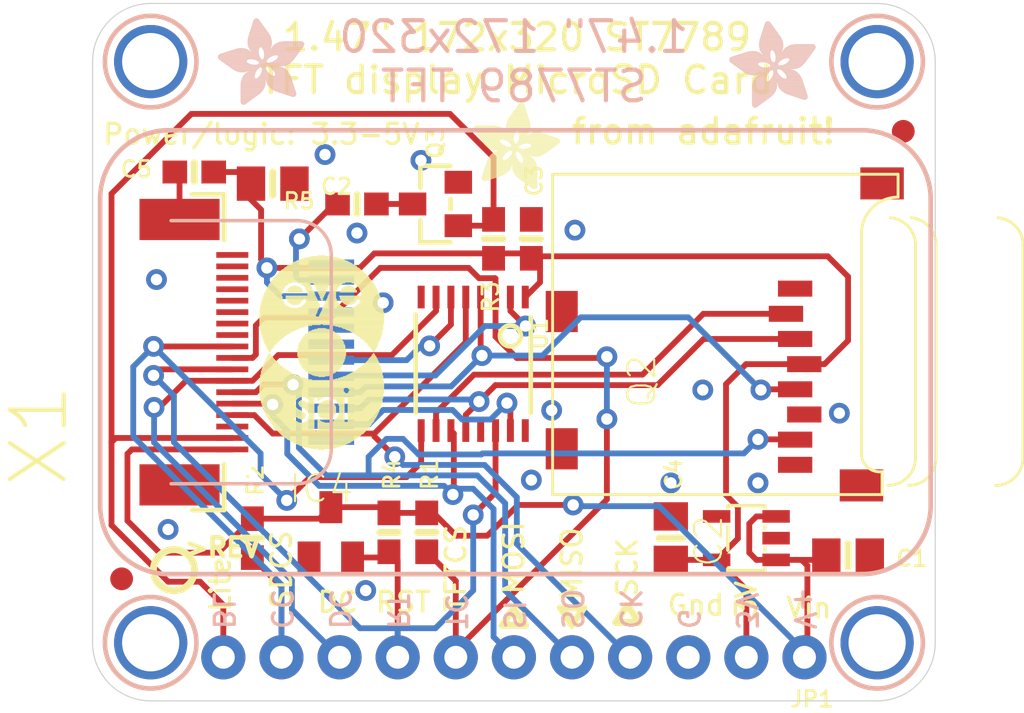
<source format=kicad_pcb>
(kicad_pcb (version 20211014) (generator pcbnew)
  (layers (0 "F.Cu" signal) (1 "In1.Cu" signal) (2 "In2.Cu" signal) (3 "In3.Cu" signal) (4 "In4.Cu" signal) (5 "In5.Cu" signal) (6 "In6.Cu" signal) (7 "In7.Cu" signal) (8 "In8.Cu" signal) (9 "In9.Cu" signal) (10 "In10.Cu" signal) (11 "In11.Cu" signal) (12 "In12.Cu" signal) (13 "In13.Cu" signal) (14 "In14.Cu" signal) (31 "B.Cu" signal) (34 "B.Paste" user) (35 "F.Paste" user) (36 "B.SilkS" user "B.Silkscreen") (37 "F.SilkS" user "F.Silkscreen") (38 "B.Mask" user) (39 "F.Mask" user) (44 "Edge.Cuts" user))
  (net 0 "")
  (net 1 "GND")
  (net 2 "SCK")
  (net 3 "SCK_3V")
  (net 4 "MOSI")
  (net 5 "MOSI_3V")
  (net 6 "MISO")
  (net 7 "+3V3")
  (net 8 "CARDCS")
  (net 9 "CARDCS_3V")
  (net 10 "LEDK")
  (net 11 "LITE")
  (net 12 "TFTDC")
  (net 13 "TFTDC_3V")
  (net 14 "TFTCS_3V")
  (net 15 "TFTCS")
  (net 16 "VIN")
  (net 17 "TFTRST_3V")
  (net 18 "TFTRST")
  (net 19 "N$1")
  (footprint "boardEagle:0603-NO" (layer "F.Cu") (at 143.0401 112.8776 90)
    (fp_text reference "R4" (at 1.778 0.127 90) (layer "F.SilkS") (effects (font (size 0.692831 0.692831) (thickness 0.119969)) (justify left)))
    (fp_text value "10K")
    (pad "1" smd rect (at -0.85 0 90) (size 1.075 1) (layers "F.Cu" "F.Paste" "F.Mask") (net 18 "TFTRST"))
    (pad "2" smd rect (at 0.85 0 90) (size 1.075 1) (layers "F.Cu" "F.Paste" "F.Mask") (net 16 "VIN"))
  )
  (footprint "boardEagle:EYE_SPI_DISPLAY_BOTCONTACT" (layer "F.Cu") (at 133.5151 105.0036 90)
    (fp_text reference "X1" (at -6 -5.77 90) (layer "F.SilkS") (effects (font (size 2.353056 2.353056) (thickness 0.186944)) (justify left)))
    (fp_text value "EYE_SPI_DISPLAY_FLIP")
    (pad "1" smd rect (at -4.25 2.678 90) (size 0.25 1.4) (layers "F.Cu" "F.Paste" "F.Mask") (net 16 "VIN"))
    (pad "2" smd rect (at -3.75 2.678 90) (size 0.25 1.4) (layers "F.Cu" "F.Paste" "F.Mask") (net 11 "LITE"))
    (pad "3" smd rect (at -3.25 2.678 90) (size 0.25 1.4) (layers "F.Cu" "F.Paste" "F.Mask") (net 1 "GND"))
    (pad "4" smd rect (at -2.75 2.678 90) (size 0.25 1.4) (layers "F.Cu" "F.Paste" "F.Mask") (net 2 "SCK"))
    (pad "5" smd rect (at -2.25 2.678 90) (size 0.25 1.4) (layers "F.Cu" "F.Paste" "F.Mask") (net 4 "MOSI"))
    (pad "6" smd rect (at -1.75 2.678 90) (size 0.25 1.4) (layers "F.Cu" "F.Paste" "F.Mask") (net 6 "MISO"))
    (pad "7" smd rect (at -1.25 2.678 90) (size 0.25 1.4) (layers "F.Cu" "F.Paste" "F.Mask") (net 12 "TFTDC"))
    (pad "8" smd rect (at -0.75 2.678 90) (size 0.25 1.4) (layers "F.Cu" "F.Paste" "F.Mask") (net 18 "TFTRST"))
    (pad "9" smd rect (at -0.25 2.678 90) (size 0.25 1.4) (layers "F.Cu" "F.Paste" "F.Mask") (net 15 "TFTCS"))
    (pad "10" smd rect (at 0.25 2.678 90) (size 0.25 1.4) (layers "F.Cu" "F.Paste" "F.Mask") (net 8 "CARDCS"))
    (pad "11" smd rect (at 0.75 2.678 90) (size 0.25 1.4) (layers "F.Cu" "F.Paste" "F.Mask"))
    (pad "12" smd rect (at 1.25 2.678 90) (size 0.25 1.4) (layers "F.Cu" "F.Paste" "F.Mask"))
    (pad "13" smd rect (at 1.75 2.678 90) (size 0.25 1.4) (layers "F.Cu" "F.Paste" "F.Mask"))
    (pad "14" smd rect (at 2.25 2.678 90) (size 0.25 1.4) (layers "F.Cu" "F.Paste" "F.Mask"))
    (pad "15" smd rect (at 2.75 2.678 90) (size 0.25 1.4) (layers "F.Cu" "F.Paste" "F.Mask"))
    (pad "16" smd rect (at 3.25 2.678 90) (size 0.25 1.4) (layers "F.Cu" "F.Paste" "F.Mask"))
    (pad "17" smd rect (at 3.75 2.678 90) (size 0.25 1.4) (layers "F.Cu" "F.Paste" "F.Mask"))
    (pad "18" smd rect (at 4.25 2.678 90) (size 0.25 1.4) (layers "F.Cu" "F.Paste" "F.Mask"))
    (pad "SUPPORT1" smd rect (at 5.8 0.372 270) (size 1.8 3.5) (layers "F.Cu" "F.Paste" "F.Mask") (net 1 "GND"))
    (pad "SUPPORT2" smd rect (at -5.8 0.372 270) (size 1.8 3.5) (layers "F.Cu" "F.Paste" "F.Mask") (net 1 "GND"))
  )
  (footprint "boardEagle:1X11_ROUND_76" (layer "F.Cu") (at 148.5011 118.3386 180)
    (fp_text reference "JP1" (at -14.0462 -1.8288) (layer "F.SilkS") (effects (font (size 0.692831 0.692831) (thickness 0.119969)) (justify right)))
    (fp_text value "")
    (pad "1" thru_hole circle (at -12.7 0 270) (size 1.9304 1.9304) (drill 1) (layers *.Cu *.Mask) (net 16 "VIN"))
    (pad "2" thru_hole circle (at -10.16 0 270) (size 1.9304 1.9304) (drill 1) (layers *.Cu *.Mask) (net 7 "+3V3"))
    (pad "3" thru_hole circle (at -7.62 0 270) (size 1.9304 1.9304) (drill 1) (layers *.Cu *.Mask) (net 1 "GND"))
    (pad "4" thru_hole circle (at -5.08 0 270) (size 1.9304 1.9304) (drill 1) (layers *.Cu *.Mask) (net 2 "SCK"))
    (pad "5" thru_hole circle (at -2.54 0 270) (size 1.9304 1.9304) (drill 1) (layers *.Cu *.Mask) (net 6 "MISO"))
    (pad "6" thru_hole circle (at 0 0 270) (size 1.9304 1.9304) (drill 1) (layers *.Cu *.Mask) (net 4 "MOSI"))
    (pad "7" thru_hole circle (at 2.54 0 270) (size 1.9304 1.9304) (drill 1) (layers *.Cu *.Mask) (net 15 "TFTCS"))
    (pad "8" thru_hole circle (at 5.08 0 270) (size 1.9304 1.9304) (drill 1) (layers *.Cu *.Mask) (net 18 "TFTRST"))
    (pad "9" thru_hole circle (at 7.62 0 270) (size 1.9304 1.9304) (drill 1) (layers *.Cu *.Mask) (net 12 "TFTDC"))
    (pad "10" thru_hole circle (at 10.16 0 270) (size 1.9304 1.9304) (drill 1) (layers *.Cu *.Mask) (net 8 "CARDCS"))
    (pad "11" thru_hole circle (at 12.7 0 270) (size 1.9304 1.9304) (drill 1) (layers *.Cu *.Mask) (net 11 "LITE"))
  )
  (footprint "boardEagle:TSSOP16" (layer "F.Cu") (at 146.7231 105.5116 180)
    (fp_text reference "U1" (at -2.8956 2.0828 90) (layer "F.SilkS") (effects (font (size 0.692831 0.692831) (thickness 0.119969)) (justify right)))
    (fp_text value "74HC4050PWR")
    (pad "1" smd rect (at -2.275 2.9178 180) (size 0.3048 0.9906) (layers "F.Cu" "F.Paste" "F.Mask") (net 7 "+3V3"))
    (pad "2" smd rect (at -1.625 2.9178 180) (size 0.3048 0.9906) (layers "F.Cu" "F.Paste" "F.Mask") (net 14 "TFTCS_3V"))
    (pad "3" smd rect (at -0.975 2.9178 180) (size 0.3048 0.9906) (layers "F.Cu" "F.Paste" "F.Mask") (net 15 "TFTCS"))
    (pad "4" smd rect (at -0.325 2.9178 180) (size 0.3048 0.9906) (layers "F.Cu" "F.Paste" "F.Mask") (net 3 "SCK_3V"))
    (pad "5" smd rect (at 0.325 2.9178 180) (size 0.3048 0.9906) (layers "F.Cu" "F.Paste" "F.Mask") (net 2 "SCK"))
    (pad "6" smd rect (at 0.975 2.9178 180) (size 0.3048 0.9906) (layers "F.Cu" "F.Paste" "F.Mask") (net 13 "TFTDC_3V"))
    (pad "7" smd rect (at 1.625 2.9178 180) (size 0.3048 0.9906) (layers "F.Cu" "F.Paste" "F.Mask") (net 12 "TFTDC"))
    (pad "8" smd rect (at 2.275 2.9178 180) (size 0.3048 0.9906) (layers "F.Cu" "F.Paste" "F.Mask") (net 1 "GND"))
    (pad "9" smd rect (at 2.275 -2.9178 180) (size 0.3048 0.9906) (layers "F.Cu" "F.Paste" "F.Mask") (net 8 "CARDCS"))
    (pad "10" smd rect (at 1.625 -2.9178 180) (size 0.3048 0.9906) (layers "F.Cu" "F.Paste" "F.Mask") (net 9 "CARDCS_3V"))
    (pad "11" smd rect (at 0.975 -2.9178 180) (size 0.3048 0.9906) (layers "F.Cu" "F.Paste" "F.Mask") (net 4 "MOSI"))
    (pad "12" smd rect (at 0.325 -2.9178 180) (size 0.3048 0.9906) (layers "F.Cu" "F.Paste" "F.Mask") (net 5 "MOSI_3V"))
    (pad "13" smd rect (at -0.325 -2.9178 180) (size 0.3048 0.9906) (layers "F.Cu" "F.Paste" "F.Mask"))
    (pad "14" smd rect (at -0.975 -2.9178 180) (size 0.3048 0.9906) (layers "F.Cu" "F.Paste" "F.Mask") (net 18 "TFTRST"))
    (pad "15" smd rect (at -1.625 -2.9178 180) (size 0.3048 0.9906) (layers "F.Cu" "F.Paste" "F.Mask") (net 17 "TFTRST_3V"))
    (pad "16" smd rect (at -2.275 -2.9178 180) (size 0.3048 0.9906) (layers "F.Cu" "F.Paste" "F.Mask"))
  )
  (footprint "boardEagle:SOT23" (layer "F.Cu") (at 140.5001 112.8776)
    (fp_text reference "IC4" (at -1.905 -1.905) (layer "F.SilkS") (effects (font (size 1.176528 1.176528) (thickness 0.093472)) (justify left)))
    (fp_text value "APX803-SAG")
    (pad "1" smd rect (at -0.95 1.1) (size 1 1.4) (layers "F.Cu" "F.Paste" "F.Mask") (net 1 "GND"))
    (pad "2" smd rect (at 0.95 1.1) (size 1 1.4) (layers "F.Cu" "F.Paste" "F.Mask") (net 18 "TFTRST"))
    (pad "3" smd rect (at 0 -1.1) (size 1 1.4) (layers "F.Cu" "F.Paste" "F.Mask") (net 16 "VIN"))
  )
  (footprint "boardEagle:0805-NO" (layer "F.Cu") (at 137.9601 97.6376)
    (fp_text reference "C2" (at 2.032 0.127) (layer "F.SilkS") (effects (font (size 0.692831 0.692831) (thickness 0.119969)) (justify left)))
    (fp_text value "10uF")
    (pad "1" smd rect (at -0.95 0) (size 1.24 1.5) (layers "F.Cu" "F.Paste" "F.Mask") (net 7 "+3V3"))
    (pad "2" smd rect (at 0.95 0) (size 1.24 1.5) (layers "F.Cu" "F.Paste" "F.Mask") (net 1 "GND"))
  )
  (footprint "boardEagle:0603-NO" (layer "F.Cu") (at 134.5311 97.1296 180)
    (fp_text reference "C5" (at 1.778 0.127) (layer "F.SilkS") (effects (font (size 0.692831 0.692831) (thickness 0.119969)) (justify right)))
    (fp_text value "0.1uF")
    (pad "1" smd rect (at -0.85 0 180) (size 1.075 1) (layers "F.Cu" "F.Paste" "F.Mask") (net 7 "+3V3"))
    (pad "2" smd rect (at 0.85 0 180) (size 1.075 1) (layers "F.Cu" "F.Paste" "F.Mask") (net 1 "GND"))
  )
  (footprint "boardEagle:EYESPI_MINI_LOGO" (layer "F.Cu") (at 137.3251 109.3216)
    (fp_text reference "U$22" hide)
    (fp_text value "" hide)
  )
  (footprint "boardEagle:PCBFEAT-REV-040" (layer "F.Cu") (at 133.6421 114.5286 180)
    (fp_text reference "U$2" hide)
    (fp_text value "" hide)
    (fp_text user ">REV" (at -0.3556 0.508 180) (layer "F.SilkS") (effects (font (size 0.8128 0.8128) (thickness 0.2032)) (justify left bottom)))
  )
  (footprint "boardEagle:SOT23-WIDE" (layer "F.Cu") (at 145.0721 98.5266 90)
    (fp_text reference "Q3" (at 1.905 0 90) (layer "F.SilkS") (effects (font (size 0.692831 0.692831) (thickness 0.119969)) (justify left)))
    (fp_text value "BSS138")
    (pad "1" smd rect (at -0.95 1 90) (size 1 1.2) (layers "F.Cu" "F.Paste" "F.Mask") (net 11 "LITE"))
    (pad "2" smd rect (at 0.95 1 90) (size 1 1.2) (layers "F.Cu" "F.Paste" "F.Mask") (net 1 "GND"))
    (pad "3" smd rect (at 0 -1 90) (size 1 1.2) (layers "F.Cu" "F.Paste" "F.Mask") (net 19 "N$1"))
  )
  (footprint "boardEagle:ADAFRUIT_3.5MM" (layer "F.Cu") (at 146.7231 97.8916)
    (fp_text reference "U$21" hide)
    (fp_text value "" hide)
  )
  (footprint "boardEagle:0603-NO" (layer "F.Cu") (at 144.6911 112.8776 90)
    (fp_text reference "R1" (at 1.778 0.127 90) (layer "F.SilkS") (effects (font (size 0.692831 0.692831) (thickness 0.119969)) (justify left)))
    (fp_text value "10K")
    (pad "1" smd rect (at -0.85 0 90) (size 1.075 1) (layers "F.Cu" "F.Paste" "F.Mask") (net 15 "TFTCS"))
    (pad "2" smd rect (at 0.85 0 90) (size 1.075 1) (layers "F.Cu" "F.Paste" "F.Mask") (net 16 "VIN"))
  )
  (footprint "boardEagle:FIDUCIAL_1MM" (layer "F.Cu") (at 165.5191 95.3516 -90)
    (fp_text reference "U$4" hide)
    (fp_text value "FIDUCIAL_1MM" hide)
    (pad "1" smd roundrect (at 0 0 270) (size 1 1) (layers "F.Cu" "F.Mask") (roundrect_rratio 0.5))
  )
  (footprint "boardEagle:0603-NO" (layer "F.Cu") (at 141.6431 98.5266 180)
    (fp_text reference "R5" (at 1.778 0.127) (layer "F.SilkS") (effects (font (size 0.692831 0.692831) (thickness 0.119969)) (justify right)))
    (fp_text value "10")
    (pad "1" smd rect (at -0.85 0 180) (size 1.075 1) (layers "F.Cu" "F.Paste" "F.Mask") (net 19 "N$1"))
    (pad "2" smd rect (at 0.85 0 180) (size 1.075 1) (layers "F.Cu" "F.Paste" "F.Mask") (net 10 "LEDK"))
  )
  (footprint "boardEagle:0603-NO" (layer "F.Cu") (at 149.2631 100.0506 90)
    (fp_text reference "C3" (at 1.778 0.127 90) (layer "F.SilkS") (effects (font (size 0.692831 0.692831) (thickness 0.119969)) (justify left)))
    (fp_text value "0.1uF")
    (pad "1" smd rect (at -0.85 0 90) (size 1.075 1) (layers "F.Cu" "F.Paste" "F.Mask") (net 7 "+3V3"))
    (pad "2" smd rect (at 0.85 0 90) (size 1.075 1) (layers "F.Cu" "F.Paste" "F.Mask") (net 1 "GND"))
  )
  (footprint "boardEagle:0805-NO" (layer "F.Cu") (at 163.1061 113.8936)
    (fp_text reference "C1" (at 2.032 0.127) (layer "F.SilkS") (effects (font (size 0.692831 0.692831) (thickness 0.119969)) (justify left)))
    (fp_text value "10uF")
    (pad "1" smd rect (at -0.95 0) (size 1.24 1.5) (layers "F.Cu" "F.Paste" "F.Mask") (net 16 "VIN"))
    (pad "2" smd rect (at 0.95 0) (size 1.24 1.5) (layers "F.Cu" "F.Paste" "F.Mask") (net 1 "GND"))
  )
  (footprint "boardEagle:0805-NO" (layer "F.Cu") (at 155.3591 113.1316 90)
    (fp_text reference "C4" (at 2.032 0.127 90) (layer "F.SilkS") (effects (font (size 0.692831 0.692831) (thickness 0.119969)) (justify left)))
    (fp_text value "10uF")
    (pad "1" smd rect (at -0.95 0 90) (size 1.24 1.5) (layers "F.Cu" "F.Paste" "F.Mask") (net 7 "+3V3"))
    (pad "2" smd rect (at 0.95 0 90) (size 1.24 1.5) (layers "F.Cu" "F.Paste" "F.Mask") (net 1 "GND"))
  )
  (footprint "boardEagle:0603-NO" (layer "F.Cu") (at 147.6121 100.0506 -90)
    (fp_text reference "R3" (at 1.778 0.127 90) (layer "F.SilkS") (effects (font (size 0.692831 0.692831) (thickness 0.119969)) (justify right)))
    (fp_text value "10K")
    (pad "1" smd rect (at -0.85 0 270) (size 1.075 1) (layers "F.Cu" "F.Paste" "F.Mask") (net 11 "LITE"))
    (pad "2" smd rect (at 0.85 0 270) (size 1.075 1) (layers "F.Cu" "F.Paste" "F.Mask") (net 7 "+3V3"))
  )
  (footprint "boardEagle:FIDUCIAL_1MM" (layer "F.Cu") (at 131.3561 114.9096)
    (fp_text reference "U$5" hide)
    (fp_text value "FIDUCIAL_1MM" hide)
    (pad "1" smd roundrect (at 0 0) (size 1 1) (layers "F.Cu" "F.Mask") (roundrect_rratio 0.5))
  )
  (footprint "boardEagle:MICROSD" (layer "F.Cu") (at 150.1521 111.2266 90)
    (fp_text reference "Q2" (at 3.7 3.94 90) (layer "F.SilkS") (effects (font (size 1.176528 1.176528) (thickness 0.093472)) (justify left)))
    (fp_text value "MICROSD" hide)
    (pad "1" smd rect (at 9 10.64 90) (size 0.7 1.5) (layers "F.Cu" "F.Paste" "F.Mask"))
    (pad "2" smd rect (at 7.9 10.24 90) (size 0.7 1.5) (layers "F.Cu" "F.Paste" "F.Mask") (net 9 "CARDCS_3V"))
    (pad "3" smd rect (at 6.8 10.64 90) (size 0.7 1.5) (layers "F.Cu" "F.Paste" "F.Mask") (net 5 "MOSI_3V"))
    (pad "4" smd rect (at 5.7 11.04 90) (size 0.7 1.5) (layers "F.Cu" "F.Paste" "F.Mask") (net 7 "+3V3"))
    (pad "5" smd rect (at 4.6 10.64 90) (size 0.7 1.5) (layers "F.Cu" "F.Paste" "F.Mask") (net 3 "SCK_3V"))
    (pad "6" smd rect (at 3.5 11.04 90) (size 0.7 1.5) (layers "F.Cu" "F.Paste" "F.Mask") (net 1 "GND"))
    (pad "7" smd rect (at 2.4 10.64 90) (size 0.7 1.5) (layers "F.Cu" "F.Paste" "F.Mask") (net 6 "MISO"))
    (pad "8" smd rect (at 1.3 10.64 90) (size 0.7 1.5) (layers "F.Cu" "F.Paste" "F.Mask"))
    (pad "CD1" smd rect (at 2 0.44 180) (size 1.4 1.8) (layers "F.Cu" "F.Paste" "F.Mask"))
    (pad "CD2" smd rect (at 8 0.44 180) (size 1.4 1.8) (layers "F.Cu" "F.Paste" "F.Mask"))
    (pad "MT1" smd rect (at 0.4 13.54 90) (size 1.4 1.9) (layers "F.Cu" "F.Paste" "F.Mask") (net 1 "GND"))
    (pad "MT2" smd rect (at 13.6 14.44 90) (size 1.4 1.9) (layers "F.Cu" "F.Paste" "F.Mask") (net 1 "GND"))
  )
  (footprint "boardEagle:SOT23-5L" (layer "F.Cu") (at 158.6611 113.1316 90)
    (fp_text reference "IC2" (at -1.905 -1.651 90) (layer "F.SilkS") (effects (font (size 1.176528 1.176528) (thickness 0.093472)) (justify left)))
    (fp_text value "AP2112")
    (pad "1" smd rect (at -0.95 1.3 90) (size 0.55 1.2) (layers "F.Cu" "F.Paste" "F.Mask") (net 16 "VIN"))
    (pad "2" smd rect (at 0 1.3 90) (size 0.55 1.2) (layers "F.Cu" "F.Paste" "F.Mask") (net 1 "GND"))
    (pad "3" smd rect (at 0.95 1.3 90) (size 0.55 1.2) (layers "F.Cu" "F.Paste" "F.Mask") (net 16 "VIN"))
    (pad "4" smd rect (at 0.95 -1.3 90) (size 0.55 1.2) (layers "F.Cu" "F.Paste" "F.Mask"))
    (pad "5" smd rect (at -0.95 -1.3 90) (size 0.55 1.2) (layers "F.Cu" "F.Paste" "F.Mask") (net 7 "+3V3"))
  )
  (footprint "boardEagle:0603-NO" (layer "F.Cu") (at 137.0711 113.1316 90)
    (fp_text reference "R2" (at 1.778 0.127 90) (layer "F.SilkS") (effects (font (size 0.692831 0.692831) (thickness 0.119969)) (justify left)))
    (fp_text value "10K")
    (pad "1" smd rect (at -0.85 0 90) (size 1.075 1) (layers "F.Cu" "F.Paste" "F.Mask") (net 8 "CARDCS"))
    (pad "2" smd rect (at 0.85 0 90) (size 1.075 1) (layers "F.Cu" "F.Paste" "F.Mask") (net 16 "VIN"))
  )
  (footprint "boardEagle:MOUNTINGHOLE_2.5_PLATED" (layer "B.Cu") (at 132.6261 117.7036 -90)
    (fp_text reference "U$10" hide)
    (fp_text value "MOUNTINGHOLE2.5" hide)
    (pad "P$1" thru_hole circle (at 0 0 270) (size 3.2 3.2) (drill 2.5) (layers *.Cu *.Mask))
  )
  (footprint "boardEagle:MOUNTINGHOLE_2.5_PLATED" (layer "B.Cu") (at 164.3761 92.3036 -90)
    (fp_text reference "U$7" hide)
    (fp_text value "MOUNTINGHOLE2.5" hide)
    (pad "P$1" thru_hole circle (at 0 0 270) (size 3.2 3.2) (drill 2.5) (layers *.Cu *.Mask))
  )
  (footprint "boardEagle:MOUNTINGHOLE_2.5_PLATED" (layer "B.Cu") (at 164.3761 117.7036 -90)
    (fp_text reference "U$9" hide)
    (fp_text value "MOUNTINGHOLE2.5" hide)
    (pad "P$1" thru_hole circle (at 0 0 270) (size 3.2 3.2) (drill 2.5) (layers *.Cu *.Mask))
  )
  (footprint "boardEagle:MOUNTINGHOLE_2.5_PLATED" (layer "B.Cu") (at 132.6261 92.3036 -90)
    (fp_text reference "U$8" hide)
    (fp_text value "MOUNTINGHOLE2.5" hide)
    (pad "P$1" thru_hole circle (at 0 0 270) (size 3.2 3.2) (drill 2.5) (layers *.Cu *.Mask))
  )
  (footprint "boardEagle:ADAFRUIT_3.5MM" (layer "B.Cu") (at 161.7091 94.3356 180)
    (fp_text reference "U$20" hide)
    (fp_text value "" hide)
  )
  (footprint "boardEagle:ADAFRUIT_3.5MM" (layer "B.Cu") (at 139.3571 94.2086 180)
    (fp_text reference "U$1" hide)
    (fp_text value "" hide)
  )
  (footprint "boardEagle:TFT_1.47IN_172X320_12P" (layer "B.Cu") (at 149.5171 105.0036 90)
    (fp_text reference "DISP1" hide)
    (fp_text value "DISP_LCD_GENERIC_SPI_1.47IN_172X320_12P_WRAPUNDER" hide)
    (pad "" np_thru_hole circle (at 5 -13 90) (size 1 1) (drill 1) (layers *.Cu *.Mask))
    (pad "" np_thru_hole circle (at -5 -13 90) (size 1 1) (drill 1) (layers *.Cu *.Mask))
    (pad "1" smd rect (at 3.85 -9) (size 2 0.4) (layers "B.Cu" "B.Mask") (net 1 "GND"))
    (pad "2" smd rect (at 3.15 -9) (size 2 0.4) (layers "B.Cu" "B.Mask") (net 10 "LEDK"))
    (pad "3" smd rect (at 2.45 -9) (size 2 0.4) (layers "B.Cu" "B.Mask") (net 7 "+3V3"))
    (pad "4" smd rect (at 1.75 -9) (size 2 0.4) (layers "B.Cu" "B.Mask") (net 7 "+3V3"))
    (pad "5" smd rect (at 1.05 -9) (size 2 0.4) (layers "B.Cu" "B.Mask") (net 1 "GND"))
    (pad "6" smd rect (at 0.35 -9) (size 2 0.4) (layers "B.Cu" "B.Mask") (net 1 "GND"))
    (pad "7" smd rect (at -0.35 -9) (size 2 0.4) (layers "B.Cu" "B.Mask") (net 13 "TFTDC_3V"))
    (pad "8" smd rect (at -1.05 -9) (size 2 0.4) (layers "B.Cu" "B.Mask") (net 14 "TFTCS_3V"))
    (pad "9" smd rect (at -1.75 -9) (size 2 0.4) (layers "B.Cu" "B.Mask") (net 3 "SCK_3V"))
    (pad "10" smd rect (at -2.45 -9) (size 2 0.4) (layers "B.Cu" "B.Mask") (net 5 "MOSI_3V"))
    (pad "11" smd rect (at -3.15 -9) (size 2 0.4) (layers "B.Cu" "B.Mask") (net 17 "TFTRST_3V"))
    (pad "12" smd rect (at -3.85 -9) (size 2 0.4) (layers "B.Cu" "B.Mask") (net 1 "GND"))
  )
  (gr_line (start 147.9931 116.9416) (end 148.5011 116.1796) (layer "F.SilkS") (width 0.3048))
  (gr_line (start 153.9621 116.8146) (end 152.9461 116.8146) (layer "F.SilkS") (width 0.3048))
  (gr_line (start 152.9461 116.8146) (end 153.4541 116.0526) (layer "F.SilkS") (width 0.3048))
  (gr_line (start 150.5331 116.1796) (end 151.0411 116.9416) (layer "F.SilkS") (width 0.3048))
  (gr_line (start 151.5491 116.1796) (end 150.5331 116.1796) (layer "F.SilkS") (width 0.3048))
  (gr_line (start 151.0411 116.9416) (end 151.5491 116.1796) (layer "F.SilkS") (width 0.3048))
  (gr_line (start 149.0091 116.9416) (end 147.9931 116.9416) (layer "F.SilkS") (width 0.3048))
  (gr_line (start 148.5011 116.1796) (end 149.0091 116.9416) (layer "F.SilkS") (width 0.3048))
  (gr_line (start 153.4541 116.0526) (end 153.9621 116.8146) (layer "F.SilkS") (width 0.3048))
  (gr_arc (start 164.3761 89.7636) (mid 166.172151 90.507549) (end 166.9161 92.3036) (layer "Edge.Cuts") (width 0.05))
  (gr_arc (start 130.0861 92.3036) (mid 130.830049 90.507549) (end 132.6261 89.7636) (layer "Edge.Cuts") (width 0.05))
  (gr_line (start 166.9161 117.7036) (end 166.9161 92.3036) (layer "Edge.Cuts") (width 0.05))
  (gr_arc (start 166.9161 117.7036) (mid 166.172151 119.499651) (end 164.3761 120.2436) (layer "Edge.Cuts") (width 0.05))
  (gr_line (start 130.0861 92.3036) (end 130.0861 117.7036) (layer "Edge.Cuts") (width 0.05))
  (gr_line (start 164.3761 89.7636) (end 132.6261 89.7636) (layer "Edge.Cuts") (width 0.05))
  (gr_line (start 132.6261 120.2436) (end 164.3761 120.2436) (layer "Edge.Cuts") (width 0.05))
  (gr_arc (start 132.6261 120.2436) (mid 130.830049 119.499651) (end 130.0861 117.7036) (layer "Edge.Cuts") (width 0.05))
  (gr_text "TC" (at 145.9611 117.1956 -90) (layer "B.SilkS") (effects (font (size 0.87376 0.87376) (thickness 0.14224)) (justify left mirror)))
  (gr_text "SO" (at 151.0411 117.1956 -90) (layer "B.SilkS") (effects (font (size 0.87376 0.87376) (thickness 0.14224)) (justify left mirror)))
  (gr_text "RT" (at 143.4211 117.1956 -90) (layer "B.SilkS") (effects (font (size 0.87376 0.87376) (thickness 0.14224)) (justify left mirror)))
  (gr_text "BL" (at 135.8011 117.1956 -90) (layer "B.SilkS") (effects (font (size 0.87376 0.87376) (thickness 0.14224)) (justify left mirror)))
  (gr_text "DC" (at 140.8811 117.1956 -90) (layer "B.SilkS") (effects (font (size 0.87376 0.87376) (thickness 0.14224)) (justify left mirror)))
  (gr_text "G" (at 156.1211 117.1956 -90) (layer "B.SilkS") (effects (font (size 0.87376 0.87376) (thickness 0.14224)) (justify left mirror)))
  (gr_text "CC" (at 138.3411 117.1956 -90) (layer "B.SilkS") (effects (font (size 0.87376 0.87376) (thickness 0.14224)) (justify left mirror)))
  (gr_text "1.47\" 172x320\nST7789 TFT" (at 148.5011 92.3036) (layer "B.SilkS") (effects (font (size 1.34112 1.34112) (thickness 0.18288)) (justify mirror)))
  (gr_text "V+" (at 161.2011 117.1956 -90) (layer "B.SilkS") (effects (font (size 0.87376 0.87376) (thickness 0.14224)) (justify left mirror)))
  (gr_text "3V" (at 158.6611 117.1956 -90) (layer "B.SilkS") (effects (font (size 0.87376 0.87376) (thickness 0.14224)) (justify left mirror)))
  (gr_text "CK" (at 153.5811 117.1956 -90) (layer "B.SilkS") (effects (font (size 0.87376 0.87376) (thickness 0.14224)) (justify left mirror)))
  (gr_text "SI" (at 148.5011 117.1956 -90) (layer "B.SilkS") (effects (font (size 0.87376 0.87376) (thickness 0.14224)) (justify left mirror)))
  (gr_text "Gnd" (at 157.7721 115.5446) (layer "F.SilkS") (effects (font (size 0.87376 0.87376) (thickness 0.14224)) (justify right top)))
  (gr_text "from adafruit!" (at 150.9141 95.9866) (layer "F.SilkS") (effects (font (size 1.0922 1.0922) (thickness 0.1778)) (justify left bottom)))
  (gr_text "Vin" (at 162.4711 115.6716) (layer "F.SilkS") (effects (font (size 0.87376 0.87376) (thickness 0.14224)) (justify right top)))
  (gr_text "3V" (at 159.1691 116.6876 90) (layer "F.SilkS") (effects (font (size 0.87376 0.87376) (thickness 0.14224)) (justify left bottom)))
  (gr_text "MISO" (at 151.5491 115.9256 90) (layer "F.SilkS") (effects (font (size 0.87376 0.87376) (thickness 0.14224)) (justify left bottom)))
  (gr_text "Power/logic: 3.3-5V" (at 130.4671 95.9866) (layer "F.SilkS") (effects (font (size 0.87376 0.87376) (thickness 0.14224)) (justify left bottom)))
  (gr_text "TFTCS" (at 145.4531 116.4336 90) (layer "F.SilkS") (effects (font (size 0.87376 0.87376) (thickness 0.14224)) (justify left top)))
  (gr_text "Lite" (at 136.1821 116.4336 90) (layer "F.SilkS") (effects (font (size 0.87376 0.87376) (thickness 0.14224)) (justify left bottom)))
  (gr_text "MOSI" (at 149.0091 115.6716 90) (layer "F.SilkS") (effects (font (size 0.87376 0.87376) (thickness 0.14224)) (justify left bottom)))
  (gr_text "RST" (at 144.9451 115.4176) (layer "F.SilkS") (effects (font (size 0.87376 0.87376) (thickness 0.14224)) (justify right top)))
  (gr_text "DC" (at 141.7701 115.4176) (layer "F.SilkS") (effects (font (size 0.87376 0.87376) (thickness 0.14224)) (justify right top)))
  (gr_text "SCK" (at 153.9621 115.7986 90) (layer "F.SilkS") (effects (font (size 0.87376 0.87376) (thickness 0.14224)) (justify left bottom)))
  (gr_text "SDCS" (at 138.3411 116.3066 90) (layer "F.SilkS") (effects (font (size 0.87376 0.87376) (thickness 0.14224)) (justify left)))
  (gr_text "1.47\" 172x320 ST7789\nTFT display MicroSD Card" (at 148.6281 92.1766) (layer "F.SilkS") (effects (font (size 1.157732 1.157732) (thickness 0.188468))))
  (segment (start 133.8871 97.3356) (end 133.8871 99.2036) (width 0.254) (layer "F.Cu") (net 1))
  (segment (start 133.6811 97.1296) (end 133.8871 97.3356) (width 0.254) (layer "F.Cu") (net 1))
  (via (at 140.2461 96.3676) (size 0.9064) (drill 0.5) (layers "F.Cu" "B.Cu") (net 1))
  (via (at 151.1681 99.6696) (size 0.9064) (drill 0.5) (layers "F.Cu" "B.Cu") (net 1))
  (via (at 162.7251 107.6706) (size 0.9064) (drill 0.5) (layers "F.Cu" "B.Cu") (net 1))
  (via (at 142.0241 115.4176) (size 0.9064) (drill 0.5) (layers "F.Cu" "B.Cu") (net 1))
  (via (at 141.6431 99.7966) (size 0.9064) (drill 0.5) (layers "F.Cu" "B.Cu") (net 1))
  (via (at 142.7861 102.8446) (size 0.9064) (drill 0.5) (layers "F.Cu" "B.Cu") (net 1))
  (via (at 156.7561 106.6546) (size 0.9064) (drill 0.5) (layers "F.Cu" "B.Cu") (net 1))
  (via (at 150.1521 107.5436) (size 0.9064) (drill 0.5) (layers "F.Cu" "B.Cu") (net 1))
  (via (at 159.1691 110.7186) (size 0.9064) (drill 0.5) (layers "F.Cu" "B.Cu") (net 1))
  (via (at 144.4371 96.6216) (size 0.9064) (drill 0.5) (layers "F.Cu" "B.Cu") (net 1))
  (via (at 155.3591 110.7186) (size 0.9064) (drill 0.5) (layers "F.Cu" "B.Cu") (net 1))
  (via (at 149.2631 110.5916) (size 0.9064) (drill 0.5) (layers "F.Cu" "B.Cu") (net 1))
  (via (at 132.8801 101.8286) (size 0.9064) (drill 0.5) (layers "F.Cu" "B.Cu") (net 1))
  (via (at 133.3881 112.7506) (size 0.9064) (drill 0.5) (layers "F.Cu" "B.Cu") (net 1))
  (segment (start 137.1541 107.7536) (end 137.9601 108.5596) (width 0.254) (layer "F.Cu") (net 2))
  (segment (start 146.3981 104.5666) (end 142.4051 108.5596) (width 0.254) (layer "F.Cu") (net 2))
  (segment (start 136.1931 107.7536) (end 137.1541 107.7536) (width 0.254) (layer "F.Cu") (net 2))
  (segment (start 137.9601 108.5596) (end 142.4051 108.5596) (width 0.254) (layer "F.Cu") (net 2))
  (segment (start 142.4051 108.5596) (end 142.4051 108.6866) (width 0.254) (layer "F.Cu") (net 2))
  (segment (start 143.2941 109.5756) (end 142.4051 108.6866) (width 0.254) (layer "F.Cu") (net 2))
  (segment (start 146.3981 102.5938) (end 146.3981 104.5666) (width 0.254) (layer "F.Cu") (net 2))
  (via (at 143.2941 109.5756) (size 0.9064) (drill 0.5) (layers "F.Cu" "B.Cu") (net 2))
  (segment (start 143.2941 109.5756) (end 143.6497 109.9312) (width 0.254) (layer "B.Cu") (net 2))
  (segment (start 148.6281 111.342019) (end 148.6281 113.3856) (width 0.254) (layer "B.Cu") (net 2))
  (segment (start 147.217281 109.9312) (end 143.6497 109.9312) (width 0.254) (layer "B.Cu") (net 2))
  (segment (start 147.217281 109.9312) (end 148.6281 111.342019) (width 0.254) (layer "B.Cu") (net 2))
  (segment (start 148.6281 113.3856) (end 153.5811 118.3386) (width 0.254) (layer "B.Cu") (net 2))
  (segment (start 147.0481 102.5938) (end 147.0481 105.096) (width 0.254) (layer "F.Cu") (net 3))
  (segment (start 159.2961 106.6546) (end 159.3241 106.6266) (width 0.254) (layer "F.Cu") (net 3))
  (segment (start 159.3241 106.6266) (end 160.7921 106.6266) (width 0.254) (layer "F.Cu") (net 3))
  (segment (start 147.0481 105.096) (end 147.1041 105.152) (width 0.254) (layer "F.Cu") (net 3))
  (via (at 159.2961 106.6546) (size 0.9064) (drill 0.5) (layers "F.Cu" "B.Cu") (net 3))
  (via (at 147.1041 105.152) (size 0.9064) (drill 0.5) (layers "F.Cu" "B.Cu") (net 3))
  (segment (start 149.7497 105.152) (end 151.4221 103.4796) (width 0.254) (layer "B.Cu") (net 3))
  (segment (start 151.4221 103.4796) (end 156.1211 103.4796) (width 0.254) (layer "B.Cu") (net 3))
  (segment (start 145.7565 106.4996) (end 142.0411 106.4996) (width 0.254) (layer "B.Cu") (net 3))
  (segment (start 140.5171 106.7536) (end 141.7871 106.7536) (width 0.254) (layer "B.Cu") (net 3))
  (segment (start 147.1041 105.152) (end 145.7565 106.4996) (width 0.254) (layer "B.Cu") (net 3))
  (segment (start 147.1041 105.152) (end 149.7497 105.152) (width 0.254) (layer "B.Cu") (net 3))
  (segment (start 142.0411 106.4996) (end 141.7871 106.7536) (width 0.254) (layer "B.Cu") (net 3))
  (segment (start 156.1211 103.4796) (end 159.2961 106.6546) (width 0.254) (layer "B.Cu") (net 3))
  (segment (start 136.1931 107.2536) (end 137.9241 107.2536) (width 0.254) (layer "F.Cu") (net 4))
  (segment (start 145.8751 110.9316) (end 145.8341 110.9726) (width 0.254) (layer "F.Cu") (net 4))
  (segment (start 137.9241 107.2536) (end 137.9601 107.2896) (width 0.254) (layer "F.Cu") (net 4))
  (segment (start 145.8751 108.5564) (end 145.8751 110.9316) (width 0.254) (layer "F.Cu") (net 4))
  (segment (start 145.8341 111.2266) (end 145.8341 110.9726) (width 0.254) (layer "F.Cu") (net 4))
  (segment (start 145.7481 108.4294) (end 145.8751 108.5564) (width 0.254) (layer "F.Cu") (net 4))
  (via (at 137.9601 107.2896) (size 0.9064) (drill 0.5) (layers "F.Cu" "B.Cu") (net 4))
  (via (at 145.8341 111.2266) (size 0.9064) (drill 0.5) (layers "F.Cu" "B.Cu") (net 4))
  (segment (start 145.8341 111.2266) (end 146.0881 110.9726) (width 0.254) (layer "B.Cu") (net 4))
  (segment (start 138.5951 108.4326) (end 137.9601 107.7976) (width 0.254) (layer "B.Cu") (net 4))
  (segment (start 146.7231 110.9726) (end 146.0881 110.9726) (width 0.254) (layer "B.Cu") (net 4))
  (segment (start 147.6121 111.8616) (end 147.6121 117.4496) (width 0.254) (layer "B.Cu") (net 4))
  (segment (start 138.5951 108.4326) (end 138.5951 109.4486) (width 0.254) (layer "B.Cu") (net 4))
  (segment (start 145.8341 111.2266) (end 145.4531 110.8456) (width 0.254) (layer "B.Cu") (net 4))
  (segment (start 147.6121 117.4496) (end 148.5011 118.3386) (width 0.254) (layer "B.Cu") (net 4))
  (segment (start 138.5951 109.4486) (end 139.9921 110.8456) (width 0.254) (layer "B.Cu") (net 4))
  (segment (start 147.6121 111.8616) (end 146.7231 110.9726) (width 0.254) (layer "B.Cu") (net 4))
  (segment (start 145.4531 110.8456) (end 139.9921 110.8456) (width 0.254) (layer "B.Cu") (net 4))
  (segment (start 137.9601 107.7976) (end 137.9601 107.2896) (width 0.254) (layer "B.Cu") (net 4))
  (segment (start 147.6963 106.4434) (end 154.776275 106.4434) (width 0.254) (layer "F.Cu") (net 5))
  (segment (start 146.9771 107.1626) (end 146.3981 107.7416) (width 0.254) (layer "F.Cu") (net 5))
  (segment (start 156.793075 104.4266) (end 160.7921 104.4266) (width 0.254) (layer "F.Cu") (net 5))
  (segment (start 154.776275 106.4434) (end 156.793075 104.4266) (width 0.254) (layer "F.Cu") (net 5))
  (segment (start 146.3981 108.4294) (end 146.3981 107.7416) (width 0.254) (layer "F.Cu") (net 5))
  (segment (start 146.9771 107.1626) (end 147.6963 106.4434) (width 0.254) (layer "F.Cu") (net 5))
  (via (at 146.9771 107.1626) (size 0.9064) (drill 0.5) (layers "F.Cu" "B.Cu") (net 5))
  (segment (start 146.9771 107.1626) (end 146.8871 107.0726) (width 0.254) (layer "B.Cu") (net 5))
  (segment (start 146.8871 107.0726) (end 142.1681 107.0726) (width 0.254) (layer "B.Cu") (net 5))
  (segment (start 142.1681 107.0726) (end 141.7871 107.4536) (width 0.254) (layer "B.Cu") (net 5))
  (segment (start 141.7871 107.4536) (end 140.5171 107.4536) (width 0.254) (layer "B.Cu") (net 5))
  (segment (start 160.7791 108.8136) (end 160.7921 108.8266) (width 0.254) (layer "F.Cu") (net 6))
  (segment (start 137.2261 106.7536) (end 137.5577 106.422) (width 0.254) (layer "F.Cu") (net 6))
  (segment (start 136.1931 106.7536) (end 137.2261 106.7536) (width 0.254) (layer "F.Cu") (net 6))
  (segment (start 159.1691 108.8136) (end 160.7791 108.8136) (width 0.254) (layer "F.Cu") (net 6))
  (segment (start 137.5577 106.422) (end 138.8491 106.422) (width 0.254) (layer "F.Cu") (net 6))
  (via (at 138.8491 106.422) (size 0.9064) (drill 0.5) (layers "F.Cu" "B.Cu") (net 6))
  (via (at 159.1691 108.8136) (size 0.9064) (drill 0.5) (layers "F.Cu" "B.Cu") (net 6))
  (segment (start 144.3355 109.474) (end 147.0787 109.474) (width 0.254) (layer "B.Cu") (net 6))
  (segment (start 159.1691 108.8136) (end 158.5555 109.4272) (width 0.254) (layer "B.Cu") (net 6))
  (segment (start 146.9009 110.3884) (end 148.1201 111.6076) (width 0.254) (layer "B.Cu") (net 6))
  (segment (start 142.1511 110.3884) (end 146.9009 110.3884) (width 0.254) (layer "B.Cu") (net 6))
  (segment (start 147.0787 109.474) (end 147.1255 109.4272) (width 0.254) (layer "B.Cu") (net 6))
  (segment (start 140.308481 110.3884) (end 142.1511 110.3884) (width 0.254) (layer "B.Cu") (net 6))
  (segment (start 142.9345 108.7922) (end 143.6537 108.7922) (width 0.254) (layer "B.Cu") (net 6))
  (segment (start 142.1511 109.5756) (end 142.1511 110.3884) (width 0.254) (layer "B.Cu") (net 6))
  (segment (start 139.1031 106.676) (end 139.1031 109.183019) (width 0.254) (layer "B.Cu") (net 6))
  (segment (start 151.0411 118.3386) (end 148.1201 115.4176) (width 0.254) (layer "B.Cu") (net 6))
  (segment (start 139.1031 106.676) (end 138.8491 106.422) (width 0.254) (layer "B.Cu") (net 6))
  (segment (start 143.6537 108.7922) (end 144.3355 109.474) (width 0.254) (layer "B.Cu") (net 6))
  (segment (start 139.1031 109.183019) (end 140.308481 110.3884) (width 0.254) (layer "B.Cu") (net 6))
  (segment (start 148.1201 111.6076) (end 148.1201 115.4176) (width 0.254) (layer "B.Cu") (net 6))
  (segment (start 158.5555 109.4272) (end 147.1255 109.4272) (width 0.254) (layer "B.Cu") (net 6))
  (segment (start 142.1511 109.5756) (end 142.9345 108.7922) (width 0.254) (layer "B.Cu") (net 6))
  (segment (start 158.6611 118.3386) (end 158.6611 115.3816) (width 0.254) (layer "F.Cu") (net 7))
  (segment (start 137.7061 101.1936) (end 137.7061 101.3206) (width 0.254) (layer "F.Cu") (net 7))
  (segment (start 136.9831 97.5376) (end 136.5961 97.9246) (width 0.254) (layer "F.Cu") (net 7))
  (segment (start 149.4146 100.7491) (end 149.4536 100.7491) (width 0.254) (layer "F.Cu") (net 7))
  (segment (start 162.0751 105.5266) (end 163.1061 104.4956) (width 0.254) (layer "F.Cu") (net 7))
  (segment (start 149.6441 100.9396) (end 149.6441 101.9478) (width 0.254) (layer "F.Cu") (net 7))
  (segment (start 158.6461 105.5266) (end 161.1921 105.5266) (width 0.254) (layer "F.Cu") (net 7))
  (segment (start 157.7721 106.4006) (end 158.6461 105.5266) (width 0.254) (layer "F.Cu") (net 7))
  (segment (start 149.4536 100.7491) (end 149.6441 100.9396) (width 0.254) (layer "F.Cu") (net 7))
  (segment (start 137.7061 101.1936) (end 137.4521 100.9396) (width 0.254) (layer "F.Cu") (net 7))
  (segment (start 141.7701 101.3206) (end 142.4051 100.6856) (width 0.254) (layer "F.Cu") (net 7))
  (segment (start 136.8291 97.3836) (end 136.9831 97.5376) (width 0.254) (layer "F.Cu") (net 7))
  (segment (start 158.2913 111.769825) (end 157.7721 111.250625) (width 0.254) (layer "F.Cu") (net 7))
  (segment (start 149.3511 100.8126) (end 162.2171 100.8126) (width 0.254) (layer "F.Cu") (net 7))
  (segment (start 149.2631 100.9006) (end 149.4146 100.7491) (width 0.254) (layer "F.Cu") (net 7))
  (segment (start 161.1921 105.5266) (end 162.0751 105.5266) (width 0.254) (layer "F.Cu") (net 7))
  (segment (start 158.6611 115.3816) (end 157.3611 114.0816) (width 0.254) (layer "F.Cu") (net 7))
  (segment (start 136.6901 97.3836) (end 136.4361 97.1296) (width 0.254) (layer "F.Cu") (net 7))
  (segment (start 149.2631 100.9006) (end 149.2631 100.6856) (width 0.254) (layer "F.Cu") (net 7))
  (segment (start 157.7721 111.250625) (end 157.7721 106.4006) (width 0.254) (layer "F.Cu") (net 7))
  (segment (start 137.0101 97.6376) (end 136.9441 97.6376) (width 0.254) (layer "F.Cu") (net 7))
  (segment (start 149.2631 100.9006) (end 149.3511 100.8126) (width 0.254) (layer "F.Cu") (net 7))
  (segment (start 147.6121 100.9006) (end 147.6121 100.6856) (width 0.254) (layer "F.Cu") (net 7))
  (segment (start 135.3811 97.1296) (end 136.4361 97.1296) (width 0.254) (layer "F.Cu") (net 7))
  (segment (start 149.6441 101.9478) (end 148.9981 102.5938) (width 0.254) (layer "F.Cu") (net 7))
  (segment (start 162.2171 100.8126) (end 163.1061 101.7016) (width 0.254) (layer "F.Cu") (net 7))
  (segment (start 142.4051 100.6856) (end 147.6121 100.6856) (width 0.254) (layer "F.Cu") (net 7))
  (segment (start 137.7061 101.3206) (end 141.7701 101.3206) (width 0.254) (layer "F.Cu") (net 7))
  (segment (start 137.4521 100.9396) (end 137.4521 98.7806) (width 0.254) (layer "F.Cu") (net 7))
  (segment (start 157.3611 114.0816) (end 155.3591 114.0816) (width 0.254) (layer "F.Cu") (net 7))
  (segment (start 136.6901 97.3836) (end 136.8291 97.3836) (width 0.254) (layer "F.Cu") (net 7))
  (segment (start 136.9441 97.6376) (end 136.6901 97.3836) (width 0.254) (layer "F.Cu") (net 7))
  (segment (start 157.3611 114.0816) (end 158.2913 113.1514) (width 0.254) (layer "F.Cu") (net 7))
  (segment (start 137.4521 98.7806) (end 136.5961 97.9246) (width 0.254) (layer "F.Cu") (net 7))
  (segment (start 158.2913 113.1514) (end 158.2913 111.769825) (width 0.254) (layer "F.Cu") (net 7))
  (segment (start 163.1061 104.4956) (end 163.1061 101.7016) (width 0.254) (layer "F.Cu") (net 7))
  (segment (start 147.6121 100.6856) (end 149.2631 100.6856) (width 0.254) (layer "F.Cu") (net 7))
  (via (at 137.7061 101.3206) (size 0.9064) (drill 0.5) (layers "F.Cu" "B.Cu") (net 7))
  (segment (start 140.5171 102.5536) (end 138.303978 102.5536) (width 0.254) (layer "B.Cu") (net 7))
  (segment (start 137.7061 101.955722) (end 137.7061 101.3206) (width 0.254) (layer "B.Cu") (net 7))
  (segment (start 140.5171 103.2536) (end 140.5171 102.5536) (width 0.254) (layer "B.Cu") (net 7))
  (segment (start 138.303978 102.5536) (end 137.7061 101.955722) (width 0.254) (layer "B.Cu") (net 7))
  (segment (start 132.7571 104.7536) (end 132.7531 104.7496) (width 0.254) (layer "F.Cu") (net 8))
  (segment (start 144.4481 109.8264) (end 143.8099 110.4646) (width 0.254) (layer "F.Cu") (net 8))
  (segment (start 138.3411 118.3386) (end 138.3411 115.2516) (width 0.254) (layer "F.Cu") (net 8))
  (segment (start 136.1931 104.7536) (end 132.7571 104.7536) (width 0.254) (layer "F.Cu") (net 8))
  (segment (start 139.5897 110.4646) (end 138.5737 111.4806) (width 0.254) (layer "F.Cu") (net 8))
  (segment (start 138.3411 115.2516) (end 137.0711 113.9816) (width 0.254) (layer "F.Cu") (net 8))
  (segment (start 144.4481 108.4294) (end 144.4481 109.8264) (width 0.254) (layer "F.Cu") (net 8))
  (segment (start 143.8099 110.4646) (end 139.5897 110.4646) (width 0.254) (layer "F.Cu") (net 8))
  (via (at 138.5737 111.4806) (size 0.9064) (drill 0.5) (layers "F.Cu" "B.Cu") (net 8))
  (via (at 132.7531 104.7496) (size 0.9064) (drill 0.5) (layers "F.Cu" "B.Cu") (net 8))
  (segment (start 132.7531 104.7496) (end 131.8641 105.6386) (width 0.254) (layer "B.Cu") (net 8))
  (segment (start 138.3411 118.3386) (end 138.3411 115.1636) (width 0.254) (layer "B.Cu") (net 8))
  (segment (start 137.4307 109.4272) (end 137.4307 110.3376) (width 0.254) (layer "B.Cu") (net 8))
  (segment (start 131.8641 108.6866) (end 131.8641 105.6386) (width 0.254) (layer "B.Cu") (net 8))
  (segment (start 138.5737 111.4806) (end 137.4307 110.3376) (width 0.254) (layer "B.Cu") (net 8))
  (segment (start 137.4307 109.4272) (end 132.7531 104.7496) (width 0.254) (layer "B.Cu") (net 8))
  (segment (start 138.3411 115.1636) (end 131.8641 108.6866) (width 0.254) (layer "B.Cu") (net 8))
  (segment (start 156.7821 103.3266) (end 160.3921 103.3266) (width 0.254) (layer "F.Cu") (net 9))
  (segment (start 154.1225 105.9862) (end 156.7821 103.3266) (width 0.254) (layer "F.Cu") (net 9))
  (segment (start 145.0981 108.4294) (end 145.0981 107.6446) (width 0.254) (layer "F.Cu") (net 9))
  (segment (start 146.7565 105.9862) (end 154.1225 105.9862) (width 0.254) (layer "F.Cu") (net 9))
  (segment (start 145.0981 107.6446) (end 146.7565 105.9862) (width 0.254) (layer "F.Cu") (net 9))
  (segment (start 139.1245 100.0506) (end 140.6485 98.5266) (width 0.254) (layer "F.Cu") (net 10))
  (segment (start 140.6485 98.5266) (end 140.7931 98.5266) (width 0.254) (layer "F.Cu") (net 10))
  (via (at 139.1245 100.0506) (size 0.9064) (drill 0.5) (layers "F.Cu" "B.Cu") (net 10))
  (segment (start 138.9761 101.7016) (end 138.9761 100.199) (width 0.254) (layer "B.Cu") (net 10))
  (segment (start 138.9761 100.199) (end 139.1245 100.0506) (width 0.254) (layer "B.Cu") (net 10))
  (segment (start 140.5171 101.8536) (end 139.1281 101.8536) (width 0.254) (layer "B.Cu") (net 10))
  (segment (start 139.1281 101.8536) (end 138.9761 101.7016) (width 0.254) (layer "B.Cu") (net 10))
  (segment (start 147.6121 99.2006) (end 147.3361 99.4766) (width 0.254) (layer "F.Cu") (net 11))
  (segment (start 130.915112 112.563613) (end 133.3881 115.0366) (width 0.254) (layer "F.Cu") (net 11))
  (segment (start 135.8011 118.3386) (end 135.8011 116.0526) (width 0.254) (layer "F.Cu") (net 11))
  (segment (start 130.915112 108.9406) (end 130.915112 98.078588) (width 0.254) (layer "F.Cu") (net 11))
  (segment (start 147.3361 99.4766) (end 146.0721 99.4766) (width 0.254) (layer "F.Cu") (net 11))
  (segment (start 130.915112 112.563613) (end 130.915112 108.9406) (width 0.254) (layer "F.Cu") (net 11))
  (segment (start 134.4041 94.5896) (end 145.7071 94.5896) (width 0.254) (layer "F.Cu") (net 11))
  (segment (start 135.8011 116.0526) (end 134.7851 115.0366) (width 0.254) (layer "F.Cu") (net 11))
  (segment (start 131.102112 108.7536) (end 136.1931 108.7536) (width 0.254) (layer "F.Cu") (net 11))
  (segment (start 145.7071 94.5896) (end 147.6121 96.4946) (width 0.254) (layer "F.Cu") (net 11))
  (segment (start 147.6121 96.4946) (end 147.6121 99.2006) (width 0.254) (layer "F.Cu") (net 11))
  (segment (start 130.915112 108.9406) (end 131.102112 108.7536) (width 0.254) (layer "F.Cu") (net 11))
  (segment (start 130.915112 98.078588) (end 134.4041 94.5896) (width 0.254) (layer "F.Cu") (net 11))
  (segment (start 133.3881 115.0366) (end 134.7851 115.0366) (width 0.254) (layer "F.Cu") (net 11))
  (segment (start 145.0981 102.5938) (end 145.0981 103.1996) (width 0.254) (layer "F.Cu") (net 12))
  (segment (start 138.202518 105.1306) (end 143.1671 105.1306) (width 0.254) (layer "F.Cu") (net 12))
  (segment (start 143.1671 105.1306) (end 145.0981 103.1996) (width 0.254) (layer "F.Cu") (net 12))
  (segment (start 136.1931 106.2536) (end 137.079518 106.2536) (width 0.254) (layer "F.Cu") (net 12))
  (segment (start 137.079518 106.2536) (end 138.202518 105.1306) (width 0.254) (layer "F.Cu") (net 12))
  (segment (start 133.0071 107.4166) (end 132.7745 107.4166) (width 0.254) (layer "F.Cu") (net 12))
  (segment (start 136.1931 106.2536) (end 134.1701 106.2536) (width 0.254) (layer "F.Cu") (net 12))
  (segment (start 134.1701 106.2536) (end 133.0071 107.4166) (width 0.254) (layer "F.Cu") (net 12))
  (via (at 132.7745 107.4166) (size 0.9064) (drill 0.5) (layers "F.Cu" "B.Cu") (net 12))
  (segment (start 138.7983 116.2558) (end 138.7983 114.974219) (width 0.254) (layer "B.Cu") (net 12))
  (segment (start 138.7983 114.974219) (end 132.7745 108.950419) (width 0.254) (layer "B.Cu") (net 12))
  (segment (start 132.7745 108.950419) (end 132.7745 107.4166) (width 0.254) (layer "B.Cu") (net 12))
  (segment (start 140.8811 118.3386) (end 138.7983 116.2558) (width 0.254) (layer "B.Cu") (net 12))
  (segment (start 145.7481 103.798269) (end 144.818168 104.7282) (width 0.254) (layer "F.Cu") (net 13))
  (segment (start 145.7481 102.5938) (end 145.7481 103.798269) (width 0.254) (layer "F.Cu") (net 13))
  (segment (start 144.818168 104.7282) (end 144.8181 104.7282) (width 0.254) (layer "F.Cu") (net 13))
  (via (at 144.8181 104.7282) (size 0.9064) (drill 0.5) (layers "F.Cu" "B.Cu") (net 13))
  (segment (start 143.8117 105.3536) (end 140.5171 105.3536) (width 0.254) (layer "B.Cu") (net 13))
  (segment (start 144.4371 104.7282) (end 143.8117 105.3536) (width 0.254) (layer "B.Cu") (net 13))
  (segment (start 144.8181 104.7282) (end 144.4371 104.7282) (width 0.254) (layer "B.Cu") (net 13))
  (segment (start 148.3481 103.1996) (end 149.0091 103.8606) (width 0.254) (layer "F.Cu") (net 14))
  (segment (start 148.3481 102.5938) (end 148.3481 103.1996) (width 0.254) (layer "F.Cu") (net 14))
  (via (at 149.0091 103.8606) (size 0.9064) (drill 0.5) (layers "F.Cu" "B.Cu") (net 14))
  (segment (start 140.5171 106.0536) (end 140.5511 106.0196) (width 0.254) (layer "B.Cu") (net 14))
  (segment (start 147.2311 103.8606) (end 145.0721 106.0196) (width 0.254) (layer "B.Cu") (net 14))
  (segment (start 140.5511 106.0196) (end 145.0721 106.0196) (width 0.254) (layer "B.Cu") (net 14))
  (segment (start 149.0091 103.8606) (end 147.2311 103.8606) (width 0.254) (layer "B.Cu") (net 14))
  (segment (start 145.9611 118.0456) (end 145.9611 114.9976) (width 0.254) (layer "F.Cu") (net 15))
  (segment (start 147.6981 104.3276) (end 148.6281 105.2576) (width 0.254) (layer "F.Cu") (net 15))
  (segment (start 152.5103 105.2576) (end 152.5651 105.2028) (width 0.254) (layer "F.Cu") (net 15))
  (segment (start 148.6281 105.2576) (end 152.5103 105.2576) (width 0.254) (layer "F.Cu") (net 15))
  (segment (start 145.9611 118.0456) (end 152.5651 111.4416) (width 0.254) (layer "F.Cu") (net 15))
  (segment (start 137.2233 105.1054) (end 137.2233 103.8354) (width 0.254) (layer "F.Cu") (net 15))
  (segment (start 137.0751 105.2536) (end 137.2233 105.1054) (width 0.254) (layer "F.Cu") (net 15))
  (segment (start 140.5001 103.4796) (end 142.6591 101.3206) (width 0.254) (layer "F.Cu") (net 15))
  (segment (start 147.6788 101.7683) (end 147.6981 101.7876) (width 0.254) (layer "F.Cu") (net 15))
  (segment (start 145.9611 118.3386) (end 145.9611 118.0456) (width 0.254) (layer "F.Cu") (net 15))
  (segment (start 142.6591 101.3206) (end 146.527625 101.3206) (width 0.254) (layer "F.Cu") (net 15))
  (segment (start 152.5651 111.4416) (end 152.5651 107.9246) (width 0.254) (layer "F.Cu") (net 15))
  (segment (start 137.2233 103.8354) (end 137.5791 103.4796) (width 0.254) (layer "F.Cu") (net 15))
  (segment (start 137.5791 103.4796) (end 140.5001 103.4796) (width 0.254) (layer "F.Cu") (net 15))
  (segment (start 147.6981 102.5938) (end 147.6981 104.3276) (width 0.254) (layer "F.Cu") (net 15))
  (segment (start 147.6981 101.7876) (end 147.6981 102.5938) (width 0.254) (layer "F.Cu") (net 15))
  (segment (start 146.975325 101.7683) (end 147.6788 101.7683) (width 0.254) (layer "F.Cu") (net 15))
  (segment (start 144.6911 113.7276) (end 145.9611 114.9976) (width 0.254) (layer "F.Cu") (net 15))
  (segment (start 136.1931 105.2536) (end 137.0751 105.2536) (width 0.254) (layer "F.Cu") (net 15))
  (segment (start 146.527625 101.3206) (end 146.975325 101.7683) (width 0.254) (layer "F.Cu") (net 15))
  (via (at 152.5651 107.9246) (size 0.9064) (drill 0.5) (layers "F.Cu" "B.Cu") (net 15))
  (via (at 152.5651 105.2028) (size 0.9064) (drill 0.5) (layers "F.Cu" "B.Cu") (net 15))
  (segment (start 152.5651 105.2028) (end 152.5651 107.9246) (width 0.254) (layer "B.Cu") (net 15))
  (segment (start 137.0711 112.2816) (end 139.9961 112.2816) (width 0.254) (layer "F.Cu") (net 16))
  (segment (start 140.5001 111.7776) (end 142.7901 111.7776) (width 0.254) (layer "F.Cu") (net 16))
  (segment (start 144.6911 112.0276) (end 144.9841 112.0276) (width 0.254) (layer "F.Cu") (net 16))
  (segment (start 142.7901 111.7776) (end 143.0401 112.0276) (width 0.254) (layer "F.Cu") (net 16))
  (segment (start 159.1031 112.1816) (end 158.7881 112.4966) (width 0.254) (layer "F.Cu") (net 16))
  (segment (start 133.0071 113.7666) (end 135.5861 113.7666) (width 0.254) (layer "F.Cu") (net 16))
  (segment (start 159.1031 114.0816) (end 159.9611 114.0816) (width 0.254) (layer "F.Cu") (net 16))
  (segment (start 158.7881 113.7666) (end 159.1031 114.0816) (width 0.254) (layer "F.Cu") (net 16))
  (segment (start 145.9825 113.026) (end 147.3367 113.026) (width 0.254) (layer "F.Cu") (net 16))
  (segment (start 143.0401 112.0276) (end 144.6911 112.0276) (width 0.254) (layer "F.Cu") (net 16))
  (segment (start 161.2011 118.3386) (end 161.3281 118.2116) (width 0.254) (layer "F.Cu") (net 16))
  (segment (start 148.68179 111.68091) (end 147.3367 113.026) (width 0.254) (layer "F.Cu") (net 16))
  (segment (start 158.7881 112.4966) (end 158.7881 113.7666) (width 0.254) (layer "F.Cu") (net 16))
  (segment (start 135.5861 113.7666) (end 137.0711 112.2816) (width 0.254) (layer "F.Cu") (net 16))
  (segment (start 144.9841 112.0276) (end 145.9825 113.026) (width 0.254) (layer "F.Cu") (net 16))
  (segment (start 139.9961 112.2816) (end 140.5001 111.7776) (width 0.254) (layer "F.Cu") (net 16))
  (segment (start 131.6101 109.4486) (end 131.6101 112.3696) (width 0.254) (layer "F.Cu") (net 16))
  (segment (start 151.09089 111.68091) (end 148.68179 111.68091) (width 0.254) (layer "F.Cu") (net 16))
  (segment (start 161.9681 114.0816) (end 161.0741 114.0816) (width 0.254) (layer "F.Cu") (net 16))
  (segment (start 161.3281 114.3356) (end 161.3281 118.2116) (width 0.254) (layer "F.Cu") (net 16))
  (segment (start 159.9611 114.0816) (end 161.0741 114.0816) (width 0.254) (layer "F.Cu") (net 16))
  (segment (start 161.0741 114.0816) (end 161.3281 114.3356) (width 0.254) (layer "F.Cu") (net 16))
  (segment (start 131.6101 112.3696) (end 133.0071 113.7666) (width 0.254) (layer "F.Cu") (net 16))
  (segment (start 131.8051 109.2536) (end 131.6101 109.4486) (width 0.254) (layer "F.Cu") (net 16))
  (segment (start 159.9611 112.1816) (end 159.1031 112.1816) (width 0.254) (layer "F.Cu") (net 16))
  (segment (start 162.1561 113.8936) (end 161.9681 114.0816) (width 0.254) (layer "F.Cu") (net 16))
  (segment (start 136.1931 109.2536) (end 131.8051 109.2536) (width 0.254) (layer "F.Cu") (net 16))
  (via (at 151.09089 111.68091) (size 0.9064) (drill 0.5) (layers "F.Cu" "B.Cu") (net 16))
  (segment (start 154.8511 111.7346) (end 151.144581 111.7346) (width 0.254) (layer "B.Cu") (net 16))
  (segment (start 161.2011 118.3386) (end 161.3281 118.2116) (width 0.254) (layer "B.Cu") (net 16))
  (segment (start 151.09089 111.68091) (end 151.144581 111.7346) (width 0.254) (layer "B.Cu") (net 16))
  (segment (start 161.3281 118.2116) (end 154.8511 111.7346) (width 0.254) (layer "B.Cu") (net 16))
  (segment (start 148.198487 107.2268) (end 148.3481 107.376413) (width 0.254) (layer "F.Cu") (net 17))
  (segment (start 148.3481 107.376413) (end 148.3481 108.4294) (width 0.254) (layer "F.Cu") (net 17))
  (via (at 148.198487 107.2268) (size 0.9064) (drill 0.5) (layers "F.Cu" "B.Cu") (net 17))
  (segment (start 140.5171 108.1536) (end 142.1681 108.1536) (width 0.254) (layer "B.Cu") (net 17))
  (segment (start 142.1681 108.1536) (end 142.7919 107.5298) (width 0.254) (layer "B.Cu") (net 17))
  (segment (start 147.479287 107.946) (end 148.198487 107.2268) (width 0.254) (layer "B.Cu") (net 17))
  (segment (start 145.8203 107.5298) (end 146.2365 107.946) (width 0.254) (layer "B.Cu") (net 17))
  (segment (start 146.2365 107.946) (end 147.479287 107.946) (width 0.254) (layer "B.Cu") (net 17))
  (segment (start 142.7919 107.5298) (end 145.8203 107.5298) (width 0.254) (layer "B.Cu") (net 17))
  (segment (start 147.6981 111.1406) (end 146.7231 112.1156) (width 0.254) (layer "F.Cu") (net 18))
  (segment (start 143.4211 118.3386) (end 143.4211 114.1086) (width 0.254) (layer "F.Cu") (net 18))
  (segment (start 147.6981 108.4294) (end 147.6981 111.1406) (width 0.254) (layer "F.Cu") (net 18))
  (segment (start 143.4211 114.1086) (end 143.0401 113.7276) (width 0.254) (layer "F.Cu") (net 18))
  (segment (start 143.0401 113.7276) (end 142.7901 113.9776) (width 0.254) (layer "F.Cu") (net 18))
  (segment (start 136.1931 105.7536) (end 133.0191 105.7536) (width 0.254) (layer "F.Cu") (net 18))
  (segment (start 133.0191 105.7536) (end 132.7531 106.0196) (width 0.254) (layer "F.Cu") (net 18))
  (segment (start 142.7901 113.9776) (end 141.4501 113.9776) (width 0.254) (layer "F.Cu") (net 18))
  (via (at 132.7531 106.0196) (size 0.9064) (drill 0.5) (layers "F.Cu" "B.Cu") (net 18))
  (via (at 146.7231 112.1156) (size 0.9064) (drill 0.5) (layers "F.Cu" "B.Cu") (net 18))
  (segment (start 146.7231 112.1156) (end 146.7231 115.4176) (width 0.254) (layer "B.Cu") (net 18))
  (segment (start 146.7231 115.4176) (end 145.0721 117.0686) (width 0.254) (layer "B.Cu") (net 18))
  (segment (start 133.6421 106.9086) (end 133.6421 108.9406) (width 0.254) (layer "B.Cu") (net 18))
  (segment (start 132.7531 106.0196) (end 133.6421 106.9086) (width 0.254) (layer "B.Cu") (net 18))
  (segment (start 141.7701 117.0686) (end 133.6421 108.9406) (width 0.254) (layer "B.Cu") (net 18))
  (segment (start 143.4211 117.0686) (end 143.4211 118.3386) (width 0.254) (layer "B.Cu") (net 18))
  (segment (start 143.4211 117.0686) (end 145.0721 117.0686) (width 0.254) (layer "B.Cu") (net 18))
  (segment (start 141.7701 117.0686) (end 143.4211 117.0686) (width 0.254) (layer "B.Cu") (net 18))
  (segment (start 144.0721 98.5266) (end 142.4931 98.5266) (width 0.254) (layer "F.Cu") (net 19))
)
</source>
